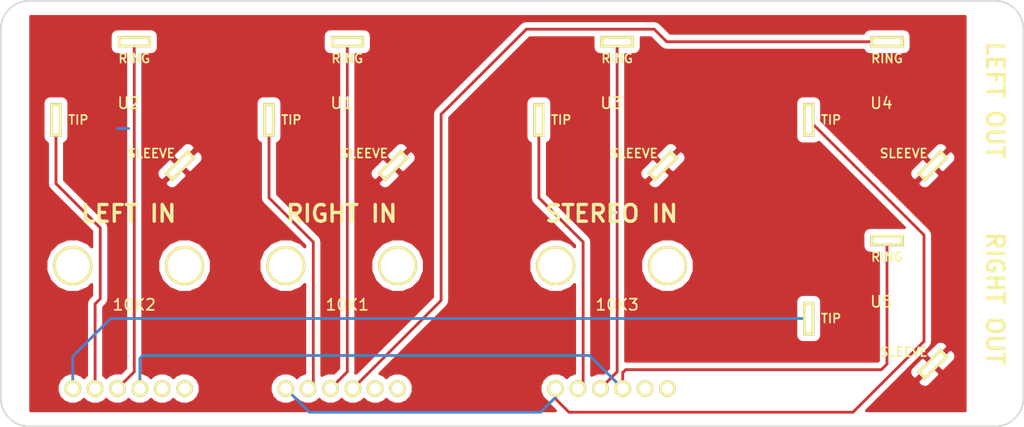
<source format=kicad_pcb>
(kicad_pcb (version 4) (host pcbnew 4.0.2-stable)

  (general
    (links 16)
    (no_connects 0)
    (area 111.684999 98.984999 203.275001 137.235001)
    (thickness 1.6)
    (drawings 18)
    (tracks 48)
    (zones 0)
    (modules 8)
    (nets 12)
  )

  (page A4)
  (layers
    (0 F.Cu signal)
    (31 B.Cu signal)
    (32 B.Adhes user hide)
    (33 F.Adhes user hide)
    (34 B.Paste user hide)
    (35 F.Paste user hide)
    (36 B.SilkS user hide)
    (37 F.SilkS user)
    (38 B.Mask user hide)
    (39 F.Mask user hide)
    (40 Dwgs.User user hide)
    (41 Cmts.User user hide)
    (42 Eco1.User user hide)
    (43 Eco2.User user hide)
    (44 Edge.Cuts user)
    (45 Margin user)
    (46 B.CrtYd user)
    (47 F.CrtYd user)
    (48 B.Fab user)
    (49 F.Fab user)
  )

  (setup
    (last_trace_width 0.25)
    (trace_clearance 0.2)
    (zone_clearance 0.508)
    (zone_45_only no)
    (trace_min 0.2)
    (segment_width 0.2)
    (edge_width 0.15)
    (via_size 0.6)
    (via_drill 0.4)
    (via_min_size 0.4)
    (via_min_drill 0.3)
    (uvia_size 0.3)
    (uvia_drill 0.1)
    (uvias_allowed no)
    (uvia_min_size 0.2)
    (uvia_min_drill 0.1)
    (pcb_text_width 0.3)
    (pcb_text_size 1.5 1.5)
    (mod_edge_width 0.15)
    (mod_text_size 1 1)
    (mod_text_width 0.15)
    (pad_size 1.524 1.524)
    (pad_drill 0.762)
    (pad_to_mask_clearance 0.2)
    (aux_axis_origin 0 0)
    (visible_elements FFFEFF7F)
    (pcbplotparams
      (layerselection 0x00030_80000001)
      (usegerberextensions false)
      (excludeedgelayer true)
      (linewidth 0.100000)
      (plotframeref false)
      (viasonmask false)
      (mode 1)
      (useauxorigin false)
      (hpglpennumber 1)
      (hpglpenspeed 20)
      (hpglpendiameter 15)
      (hpglpenoverlay 2)
      (psnegative false)
      (psa4output false)
      (plotreference true)
      (plotvalue true)
      (plotinvisibletext false)
      (padsonsilk false)
      (subtractmaskfromsilk false)
      (outputformat 1)
      (mirror false)
      (drillshape 1)
      (scaleselection 1)
      (outputdirectory ""))
  )

  (net 0 "")
  (net 1 "Net-(10K1-Pad2)")
  (net 2 "Net-(10K1-Pad1)")
  (net 3 "Net-(10K1-Pad4)")
  (net 4 "Net-(10K1-Pad5)")
  (net 5 "Net-(10K2-Pad2)")
  (net 6 "Net-(10K2-Pad1)")
  (net 7 "Net-(10K2-Pad4)")
  (net 8 "Net-(10K2-Pad5)")
  (net 9 "Net-(10K3-Pad1)")
  (net 10 "Net-(10K3-Pad4)")
  (net 11 GND)

  (net_class Default "This is the default net class."
    (clearance 0.2)
    (trace_width 0.25)
    (via_dia 0.6)
    (via_drill 0.4)
    (uvia_dia 0.3)
    (uvia_drill 0.1)
    (add_net GND)
    (add_net "Net-(10K1-Pad1)")
    (add_net "Net-(10K1-Pad2)")
    (add_net "Net-(10K1-Pad4)")
    (add_net "Net-(10K1-Pad5)")
    (add_net "Net-(10K2-Pad1)")
    (add_net "Net-(10K2-Pad2)")
    (add_net "Net-(10K2-Pad4)")
    (add_net "Net-(10K2-Pad5)")
    (add_net "Net-(10K3-Pad1)")
    (add_net "Net-(10K3-Pad4)")
  )

  (module audio:alps-dual-gang-vertical-pot-RK12L12C0A0G (layer F.Cu) (tedit 5762039E) (tstamp 57620510)
    (at 142.24 128.27)
    (path /57600461)
    (fp_text reference 10K1 (at 0.5 -2) (layer F.SilkS)
      (effects (font (size 1 1) (thickness 0.15)))
    )
    (fp_text value DUAL_POT (at 0.5 1.5) (layer F.Fab)
      (effects (font (size 1 1) (thickness 0.15)))
    )
    (pad b thru_hole circle (at -5 -5.5) (size 3.5 3.5) (drill 3) (layers *.Cu *.Mask F.SilkS))
    (pad 3 thru_hole circle (at 5 5.5) (size 1.5 1.5) (drill 1) (layers *.Cu *.Mask F.SilkS))
    (pad 6 thru_hole circle (at 3 5.5) (size 1.5 1.5) (drill 1) (layers *.Cu *.Mask F.SilkS))
    (pad 2 thru_hole circle (at -5 5.5) (size 1.5 1.5) (drill 1) (layers *.Cu *.Mask F.SilkS)
      (net 1 "Net-(10K1-Pad2)"))
    (pad 1 thru_hole circle (at -3 5.5) (size 1.5 1.5) (drill 1) (layers *.Cu *.Mask F.SilkS)
      (net 2 "Net-(10K1-Pad1)"))
    (pad 4 thru_hole circle (at -1 5.5) (size 1.5 1.5) (drill 1) (layers *.Cu *.Mask F.SilkS)
      (net 3 "Net-(10K1-Pad4)"))
    (pad 5 thru_hole circle (at 1 5.5) (size 1.5 1.5) (drill 1) (layers *.Cu *.Mask F.SilkS)
      (net 4 "Net-(10K1-Pad5)"))
    (pad a thru_hole circle (at 5 -5.5) (size 3.5 3.5) (drill 3) (layers *.Cu *.Mask F.SilkS))
  )

  (module audio:alps-dual-gang-vertical-pot-RK12L12C0A0G (layer F.Cu) (tedit 5762039E) (tstamp 5762051C)
    (at 123.19 128.27)
    (path /576005CD)
    (fp_text reference 10K2 (at 0.5 -2) (layer F.SilkS)
      (effects (font (size 1 1) (thickness 0.15)))
    )
    (fp_text value DUAL_POT (at 0.5 1.5) (layer F.Fab)
      (effects (font (size 1 1) (thickness 0.15)))
    )
    (pad b thru_hole circle (at -5 -5.5) (size 3.5 3.5) (drill 3) (layers *.Cu *.Mask F.SilkS))
    (pad 3 thru_hole circle (at 5 5.5) (size 1.5 1.5) (drill 1) (layers *.Cu *.Mask F.SilkS))
    (pad 6 thru_hole circle (at 3 5.5) (size 1.5 1.5) (drill 1) (layers *.Cu *.Mask F.SilkS))
    (pad 2 thru_hole circle (at -5 5.5) (size 1.5 1.5) (drill 1) (layers *.Cu *.Mask F.SilkS)
      (net 5 "Net-(10K2-Pad2)"))
    (pad 1 thru_hole circle (at -3 5.5) (size 1.5 1.5) (drill 1) (layers *.Cu *.Mask F.SilkS)
      (net 6 "Net-(10K2-Pad1)"))
    (pad 4 thru_hole circle (at -1 5.5) (size 1.5 1.5) (drill 1) (layers *.Cu *.Mask F.SilkS)
      (net 7 "Net-(10K2-Pad4)"))
    (pad 5 thru_hole circle (at 1 5.5) (size 1.5 1.5) (drill 1) (layers *.Cu *.Mask F.SilkS)
      (net 8 "Net-(10K2-Pad5)"))
    (pad a thru_hole circle (at 5 -5.5) (size 3.5 3.5) (drill 3) (layers *.Cu *.Mask F.SilkS))
  )

  (module audio:alps-dual-gang-vertical-pot-RK12L12C0A0G (layer F.Cu) (tedit 5762039E) (tstamp 57620528)
    (at 166.37 128.27)
    (path /57600691)
    (fp_text reference 10K3 (at 0.5 -2) (layer F.SilkS)
      (effects (font (size 1 1) (thickness 0.15)))
    )
    (fp_text value DUAL_POT (at 0.5 1.5) (layer F.Fab)
      (effects (font (size 1 1) (thickness 0.15)))
    )
    (pad b thru_hole circle (at -5 -5.5) (size 3.5 3.5) (drill 3) (layers *.Cu *.Mask F.SilkS))
    (pad 3 thru_hole circle (at 5 5.5) (size 1.5 1.5) (drill 1) (layers *.Cu *.Mask F.SilkS))
    (pad 6 thru_hole circle (at 3 5.5) (size 1.5 1.5) (drill 1) (layers *.Cu *.Mask F.SilkS))
    (pad 2 thru_hole circle (at -5 5.5) (size 1.5 1.5) (drill 1) (layers *.Cu *.Mask F.SilkS)
      (net 1 "Net-(10K1-Pad2)"))
    (pad 1 thru_hole circle (at -3 5.5) (size 1.5 1.5) (drill 1) (layers *.Cu *.Mask F.SilkS)
      (net 9 "Net-(10K3-Pad1)"))
    (pad 4 thru_hole circle (at -1 5.5) (size 1.5 1.5) (drill 1) (layers *.Cu *.Mask F.SilkS)
      (net 10 "Net-(10K3-Pad4)"))
    (pad 5 thru_hole circle (at 1 5.5) (size 1.5 1.5) (drill 1) (layers *.Cu *.Mask F.SilkS)
      (net 8 "Net-(10K2-Pad5)"))
    (pad a thru_hole circle (at 5 -5.5) (size 3.5 3.5) (drill 3) (layers *.Cu *.Mask F.SilkS))
  )

  (module audio:0.25-jack (layer F.Cu) (tedit 57620071) (tstamp 57620532)
    (at 142.24 109.22)
    (path /576202BA)
    (fp_text reference U1 (at 0 -1) (layer F.SilkS)
      (effects (font (size 1 1) (thickness 0.15)))
    )
    (fp_text value 0.25mm_Jack (at 0 1) (layer F.Fab)
      (effects (font (size 1 1) (thickness 0.15)))
    )
    (fp_text user SLEEVE (at 2 3.5) (layer F.SilkS)
      (effects (font (size 0.8 0.8) (thickness 0.15)))
    )
    (fp_text user RING (at 0.5 -5) (layer F.SilkS)
      (effects (font (size 0.8 0.8) (thickness 0.15)))
    )
    (fp_text user TIP (at -4.5 0.5) (layer F.SilkS)
      (effects (font (size 0.8 0.8) (thickness 0.15)))
    )
    (pad 3 thru_hole rect (at 4.596194 4.596194 135) (size 1 3) (drill oval 0.5 2.5) (layers *.Cu *.Mask F.SilkS)
      (net 11 GND))
    (pad 1 thru_hole rect (at -6.5 0.5) (size 1 3) (drill oval 0.5 2.5) (layers *.Cu *.Mask F.SilkS)
      (net 2 "Net-(10K1-Pad1)"))
    (pad 2 thru_hole rect (at 0.5 -6.5 90) (size 1 3) (drill oval 0.5 2.5) (layers *.Cu *.Mask F.SilkS)
      (net 3 "Net-(10K1-Pad4)"))
  )

  (module audio:0.25-jack (layer F.Cu) (tedit 57620071) (tstamp 5762053C)
    (at 123.19 109.22)
    (path /57620289)
    (fp_text reference U2 (at 0 -1) (layer F.SilkS)
      (effects (font (size 1 1) (thickness 0.15)))
    )
    (fp_text value 0.25mm_Jack (at 0 1) (layer F.Fab)
      (effects (font (size 1 1) (thickness 0.15)))
    )
    (fp_text user SLEEVE (at 2 3.5) (layer F.SilkS)
      (effects (font (size 0.8 0.8) (thickness 0.15)))
    )
    (fp_text user RING (at 0.5 -5) (layer F.SilkS)
      (effects (font (size 0.8 0.8) (thickness 0.15)))
    )
    (fp_text user TIP (at -4.5 0.5) (layer F.SilkS)
      (effects (font (size 0.8 0.8) (thickness 0.15)))
    )
    (pad 3 thru_hole rect (at 4.596194 4.596194 135) (size 1 3) (drill oval 0.5 2.5) (layers *.Cu *.Mask F.SilkS)
      (net 11 GND))
    (pad 1 thru_hole rect (at -6.5 0.5) (size 1 3) (drill oval 0.5 2.5) (layers *.Cu *.Mask F.SilkS)
      (net 6 "Net-(10K2-Pad1)"))
    (pad 2 thru_hole rect (at 0.5 -6.5 90) (size 1 3) (drill oval 0.5 2.5) (layers *.Cu *.Mask F.SilkS)
      (net 7 "Net-(10K2-Pad4)"))
  )

  (module audio:0.25-jack (layer F.Cu) (tedit 57620071) (tstamp 57620546)
    (at 166.37 109.22)
    (path /576201E7)
    (fp_text reference U3 (at 0 -1) (layer F.SilkS)
      (effects (font (size 1 1) (thickness 0.15)))
    )
    (fp_text value 0.25mm_Jack (at 0 1) (layer F.Fab)
      (effects (font (size 1 1) (thickness 0.15)))
    )
    (fp_text user SLEEVE (at 2 3.5) (layer F.SilkS)
      (effects (font (size 0.8 0.8) (thickness 0.15)))
    )
    (fp_text user RING (at 0.5 -5) (layer F.SilkS)
      (effects (font (size 0.8 0.8) (thickness 0.15)))
    )
    (fp_text user TIP (at -4.5 0.5) (layer F.SilkS)
      (effects (font (size 0.8 0.8) (thickness 0.15)))
    )
    (pad 3 thru_hole rect (at 4.596194 4.596194 135) (size 1 3) (drill oval 0.5 2.5) (layers *.Cu *.Mask F.SilkS)
      (net 11 GND))
    (pad 1 thru_hole rect (at -6.5 0.5) (size 1 3) (drill oval 0.5 2.5) (layers *.Cu *.Mask F.SilkS)
      (net 9 "Net-(10K3-Pad1)"))
    (pad 2 thru_hole rect (at 0.5 -6.5 90) (size 1 3) (drill oval 0.5 2.5) (layers *.Cu *.Mask F.SilkS)
      (net 10 "Net-(10K3-Pad4)"))
  )

  (module audio:0.25-jack (layer F.Cu) (tedit 57620071) (tstamp 57620550)
    (at 190.5 109.22)
    (path /576205A2)
    (fp_text reference U4 (at 0 -1) (layer F.SilkS)
      (effects (font (size 1 1) (thickness 0.15)))
    )
    (fp_text value 0.25mm_Jack (at 0 1) (layer F.Fab)
      (effects (font (size 1 1) (thickness 0.15)))
    )
    (fp_text user SLEEVE (at 2 3.5) (layer F.SilkS)
      (effects (font (size 0.8 0.8) (thickness 0.15)))
    )
    (fp_text user RING (at 0.5 -5) (layer F.SilkS)
      (effects (font (size 0.8 0.8) (thickness 0.15)))
    )
    (fp_text user TIP (at -4.5 0.5) (layer F.SilkS)
      (effects (font (size 0.8 0.8) (thickness 0.15)))
    )
    (pad 3 thru_hole rect (at 4.596194 4.596194 135) (size 1 3) (drill oval 0.5 2.5) (layers *.Cu *.Mask F.SilkS)
      (net 11 GND))
    (pad 1 thru_hole rect (at -6.5 0.5) (size 1 3) (drill oval 0.5 2.5) (layers *.Cu *.Mask F.SilkS)
      (net 1 "Net-(10K1-Pad2)"))
    (pad 2 thru_hole rect (at 0.5 -6.5 90) (size 1 3) (drill oval 0.5 2.5) (layers *.Cu *.Mask F.SilkS)
      (net 4 "Net-(10K1-Pad5)"))
  )

  (module audio:0.25-jack (layer F.Cu) (tedit 57620071) (tstamp 5762055A)
    (at 190.5 127)
    (path /576205EC)
    (fp_text reference U5 (at 0 -1) (layer F.SilkS)
      (effects (font (size 1 1) (thickness 0.15)))
    )
    (fp_text value 0.25mm_Jack (at 0 1) (layer F.Fab)
      (effects (font (size 1 1) (thickness 0.15)))
    )
    (fp_text user SLEEVE (at 2 3.5) (layer F.SilkS)
      (effects (font (size 0.8 0.8) (thickness 0.15)))
    )
    (fp_text user RING (at 0.5 -5) (layer F.SilkS)
      (effects (font (size 0.8 0.8) (thickness 0.15)))
    )
    (fp_text user TIP (at -4.5 0.5) (layer F.SilkS)
      (effects (font (size 0.8 0.8) (thickness 0.15)))
    )
    (pad 3 thru_hole rect (at 4.596194 4.596194 135) (size 1 3) (drill oval 0.5 2.5) (layers *.Cu *.Mask F.SilkS)
      (net 11 GND))
    (pad 1 thru_hole rect (at -6.5 0.5) (size 1 3) (drill oval 0.5 2.5) (layers *.Cu *.Mask F.SilkS)
      (net 5 "Net-(10K2-Pad2)"))
    (pad 2 thru_hole rect (at 0.5 -6.5 90) (size 1 3) (drill oval 0.5 2.5) (layers *.Cu *.Mask F.SilkS)
      (net 8 "Net-(10K2-Pad5)"))
  )

  (gr_text "RIGHT IN" (at 142.24 118.11) (layer F.SilkS)
    (effects (font (size 1.5 1.5) (thickness 0.3)))
  )
  (gr_text "LEFT IN" (at 123.19 118.11) (layer F.SilkS)
    (effects (font (size 1.5 1.5) (thickness 0.3)))
  )
  (gr_text "STEREO IN" (at 166.37 118.11) (layer F.SilkS)
    (effects (font (size 1.5 1.5) (thickness 0.3)))
  )
  (gr_text "RIGHT OUT" (at 200.66 125.73 270) (layer F.SilkS)
    (effects (font (size 1.5 1.5) (thickness 0.3)))
  )
  (gr_text "LEFT OUT" (at 200.66 107.95 270) (layer F.SilkS)
    (effects (font (size 1.5 1.5) (thickness 0.3)))
  )
  (gr_line (start 111.76 134.62) (end 111.76 101.6) (angle 90) (layer Edge.Cuts) (width 0.15))
  (gr_line (start 200.66 137.16) (end 114.3 137.16) (angle 90) (layer Edge.Cuts) (width 0.15))
  (gr_line (start 200.66 99.06) (end 114.3 99.06) (angle 90) (layer Edge.Cuts) (width 0.15))
  (gr_line (start 203.2 134.62) (end 203.2 101.6) (angle 90) (layer Edge.Cuts) (width 0.15))
  (gr_line (start 203.2 101.6) (end 203.2 134.62) (angle 90) (layer Edge.Cuts) (width 0.15))
  (gr_arc (start 114.3 134.62) (end 114.3 137.16) (angle 90) (layer Edge.Cuts) (width 0.15))
  (gr_arc (start 114.3 101.6) (end 111.76 101.6) (angle 90) (layer Edge.Cuts) (width 0.15))
  (gr_arc (start 200.66 101.6) (end 200.66 99.06) (angle 90) (layer Edge.Cuts) (width 0.15))
  (gr_arc (start 200.66 134.62) (end 203.2 134.62) (angle 90) (layer Edge.Cuts) (width 0.15))
  (gr_line (start 111.76 137.16) (end 111.76 99.06) (angle 90) (layer Eco1.User) (width 0.2))
  (gr_line (start 203.2 137.16) (end 111.76 137.16) (angle 90) (layer Eco1.User) (width 0.2))
  (gr_line (start 203.2 99.06) (end 203.2 137.16) (angle 90) (layer Eco1.User) (width 0.2))
  (gr_line (start 111.76 99.06) (end 203.2 99.06) (angle 90) (layer Eco1.User) (width 0.2))

  (segment (start 122.19 110.49) (end 123.19 110.49) (width 0.25) (layer B.Cu) (net 0))
  (segment (start 161.37 133.77) (end 161.37 134.54) (width 0.25) (layer B.Cu) (net 1))
  (segment (start 139.36 135.89) (end 137.24 133.77) (width 0.25) (layer B.Cu) (net 1) (tstamp 57620CB2))
  (segment (start 160.02 135.89) (end 139.36 135.89) (width 0.25) (layer B.Cu) (net 1) (tstamp 57620CAE))
  (segment (start 161.37 134.54) (end 160.02 135.89) (width 0.25) (layer B.Cu) (net 1) (tstamp 57620CAC))
  (segment (start 161.37 133.77) (end 161.37 134.7) (width 0.25) (layer F.Cu) (net 1))
  (segment (start 194.31 120.03) (end 184 109.72) (width 0.25) (layer F.Cu) (net 1) (tstamp 57620C48))
  (segment (start 194.31 129.54) (end 194.31 120.03) (width 0.25) (layer F.Cu) (net 1) (tstamp 57620C3C))
  (segment (start 187.96 135.89) (end 194.31 129.54) (width 0.25) (layer F.Cu) (net 1) (tstamp 57620C37))
  (segment (start 162.56 135.89) (end 187.96 135.89) (width 0.25) (layer F.Cu) (net 1) (tstamp 57620C30))
  (segment (start 161.37 134.7) (end 162.56 135.89) (width 0.25) (layer F.Cu) (net 1) (tstamp 57620C29))
  (segment (start 135.74 109.72) (end 135.74 116.69) (width 0.25) (layer F.Cu) (net 2))
  (segment (start 139.7 120.65) (end 139.7 133.31) (width 0.25) (layer F.Cu) (net 2) (tstamp 57620B8E))
  (segment (start 135.74 116.69) (end 139.7 120.65) (width 0.25) (layer F.Cu) (net 2) (tstamp 57620B89))
  (segment (start 139.7 133.31) (end 139.24 133.77) (width 0.25) (layer F.Cu) (net 2) (tstamp 57620B91))
  (segment (start 142.74 102.72) (end 142.74 132.27) (width 0.25) (layer F.Cu) (net 3))
  (segment (start 142.74 132.27) (end 141.24 133.77) (width 0.25) (layer F.Cu) (net 3) (tstamp 57620B7F))
  (segment (start 191 102.72) (end 171.3 102.72) (width 0.25) (layer F.Cu) (net 4))
  (segment (start 151.13 125.88) (end 143.24 133.77) (width 0.25) (layer F.Cu) (net 4) (tstamp 57620C0F))
  (segment (start 151.13 109.22) (end 151.13 125.88) (width 0.25) (layer F.Cu) (net 4) (tstamp 57620C0A))
  (segment (start 158.75 101.6) (end 151.13 109.22) (width 0.25) (layer F.Cu) (net 4) (tstamp 57620C05))
  (segment (start 170.18 101.6) (end 158.75 101.6) (width 0.25) (layer F.Cu) (net 4) (tstamp 57620BFE))
  (segment (start 171.3 102.72) (end 170.18 101.6) (width 0.25) (layer F.Cu) (net 4) (tstamp 57620BFA))
  (segment (start 118.19 133.77) (end 118.19 130.89) (width 0.25) (layer B.Cu) (net 5))
  (segment (start 121.58 127.5) (end 184 127.5) (width 0.25) (layer B.Cu) (net 5) (tstamp 57620C85))
  (segment (start 118.19 130.89) (end 121.58 127.5) (width 0.25) (layer B.Cu) (net 5) (tstamp 57620C79))
  (segment (start 120.19 133.77) (end 120.19 126.19) (width 0.25) (layer F.Cu) (net 6))
  (segment (start 116.69 115.42) (end 116.69 109.72) (width 0.25) (layer F.Cu) (net 6) (tstamp 57620B5E))
  (segment (start 120.65 119.38) (end 116.69 115.42) (width 0.25) (layer F.Cu) (net 6) (tstamp 57620B5A))
  (segment (start 120.65 125.73) (end 120.65 119.38) (width 0.25) (layer F.Cu) (net 6) (tstamp 57620B55))
  (segment (start 120.19 126.19) (end 120.65 125.73) (width 0.25) (layer F.Cu) (net 6) (tstamp 57620B4C))
  (segment (start 123.69 102.72) (end 123.69 132.27) (width 0.25) (layer F.Cu) (net 7))
  (segment (start 123.69 132.27) (end 122.19 133.77) (width 0.25) (layer F.Cu) (net 7) (tstamp 57620B3D))
  (segment (start 124.19 133.77) (end 124.19 131.08) (width 0.25) (layer B.Cu) (net 8))
  (segment (start 164.41 130.81) (end 167.37 133.77) (width 0.25) (layer B.Cu) (net 8) (tstamp 57620CA0))
  (segment (start 124.46 130.81) (end 164.41 130.81) (width 0.25) (layer B.Cu) (net 8) (tstamp 57620C95))
  (segment (start 124.19 131.08) (end 124.46 130.81) (width 0.25) (layer B.Cu) (net 8) (tstamp 57620C92))
  (segment (start 167.37 133.77) (end 167.37 132.35) (width 0.25) (layer F.Cu) (net 8))
  (segment (start 191 131.58) (end 191 120.5) (width 0.25) (layer F.Cu) (net 8) (tstamp 57620BE2))
  (segment (start 190.5 132.08) (end 191 131.58) (width 0.25) (layer F.Cu) (net 8) (tstamp 57620BDD))
  (segment (start 167.64 132.08) (end 190.5 132.08) (width 0.25) (layer F.Cu) (net 8) (tstamp 57620BD4))
  (segment (start 167.37 132.35) (end 167.64 132.08) (width 0.25) (layer F.Cu) (net 8) (tstamp 57620BC6))
  (segment (start 159.87 109.72) (end 159.87 116.69) (width 0.25) (layer F.Cu) (net 9))
  (segment (start 163.83 120.65) (end 163.83 133.31) (width 0.25) (layer F.Cu) (net 9) (tstamp 57620BB1))
  (segment (start 159.87 116.69) (end 163.83 120.65) (width 0.25) (layer F.Cu) (net 9) (tstamp 57620BAD))
  (segment (start 163.83 133.31) (end 163.37 133.77) (width 0.25) (layer F.Cu) (net 9) (tstamp 57620BB7))
  (segment (start 166.87 102.72) (end 166.87 132.27) (width 0.25) (layer F.Cu) (net 10))
  (segment (start 166.87 132.27) (end 165.37 133.77) (width 0.25) (layer F.Cu) (net 10) (tstamp 57620B9C))

  (zone (net 11) (net_name GND) (layer F.Cu) (tstamp 576209D5) (hatch edge 0.508)
    (connect_pads (clearance 0.508))
    (min_thickness 0.254)
    (fill yes (arc_segments 16) (thermal_gap 0.508) (thermal_bridge_width 0.508))
    (polygon
      (pts
        (xy 198.12 135.89) (xy 114.3 135.89) (xy 114.3 100.33) (xy 198.12 100.33) (xy 198.12 135.89)
      )
    )
    (filled_polygon
      (pts
        (xy 197.993 135.763) (xy 189.161802 135.763) (xy 191.841386 133.083416) (xy 193.788577 133.083416) (xy 193.788577 133.307923)
        (xy 194.029388 133.548734) (xy 194.262777 133.645407) (xy 194.515396 133.645408) (xy 194.748785 133.548735) (xy 195.696704 132.600816)
        (xy 195.696704 132.37631) (xy 195.096194 131.775799) (xy 193.788577 133.083416) (xy 191.841386 133.083416) (xy 192.74781 132.176992)
        (xy 193.04698 132.176992) (xy 193.046981 132.429611) (xy 193.143654 132.663) (xy 193.384465 132.903811) (xy 193.608972 132.903811)
        (xy 194.916589 131.596194) (xy 195.275799 131.596194) (xy 195.87631 132.196704) (xy 196.100816 132.196704) (xy 197.048735 131.248785)
        (xy 197.145408 131.015396) (xy 197.145407 130.762777) (xy 197.048734 130.529388) (xy 196.807923 130.288577) (xy 196.583416 130.288577)
        (xy 195.275799 131.596194) (xy 194.916589 131.596194) (xy 194.316078 130.995684) (xy 194.091572 130.995684) (xy 193.143653 131.943603)
        (xy 193.04698 132.176992) (xy 192.74781 132.176992) (xy 194.33323 130.591572) (xy 194.495684 130.591572) (xy 194.495684 130.816078)
        (xy 195.096194 131.416589) (xy 196.403811 130.108972) (xy 196.403811 129.884465) (xy 196.163 129.643654) (xy 195.929611 129.546981)
        (xy 195.676992 129.54698) (xy 195.443603 129.643653) (xy 194.495684 130.591572) (xy 194.33323 130.591572) (xy 194.847401 130.077401)
        (xy 195.012148 129.830839) (xy 195.07 129.54) (xy 195.07 120.03) (xy 195.012148 119.739161) (xy 194.847401 119.492599)
        (xy 190.658218 115.303416) (xy 193.788577 115.303416) (xy 193.788577 115.527923) (xy 194.029388 115.768734) (xy 194.262777 115.865407)
        (xy 194.515396 115.865408) (xy 194.748785 115.768735) (xy 195.696704 114.820816) (xy 195.696704 114.59631) (xy 195.096194 113.995799)
        (xy 193.788577 115.303416) (xy 190.658218 115.303416) (xy 189.751794 114.396992) (xy 193.04698 114.396992) (xy 193.046981 114.649611)
        (xy 193.143654 114.883) (xy 193.384465 115.123811) (xy 193.608972 115.123811) (xy 194.916589 113.816194) (xy 195.275799 113.816194)
        (xy 195.87631 114.416704) (xy 196.100816 114.416704) (xy 197.048735 113.468785) (xy 197.145408 113.235396) (xy 197.145407 112.982777)
        (xy 197.048734 112.749388) (xy 196.807923 112.508577) (xy 196.583416 112.508577) (xy 195.275799 113.816194) (xy 194.916589 113.816194)
        (xy 194.316078 113.215684) (xy 194.091572 113.215684) (xy 193.143653 114.163603) (xy 193.04698 114.396992) (xy 189.751794 114.396992)
        (xy 188.166374 112.811572) (xy 194.495684 112.811572) (xy 194.495684 113.036078) (xy 195.096194 113.636589) (xy 196.403811 112.328972)
        (xy 196.403811 112.104465) (xy 196.163 111.863654) (xy 195.929611 111.766981) (xy 195.676992 111.76698) (xy 195.443603 111.863653)
        (xy 194.495684 112.811572) (xy 188.166374 112.811572) (xy 185.14744 109.792638) (xy 185.14744 108.22) (xy 185.103162 107.984683)
        (xy 184.96409 107.768559) (xy 184.75189 107.623569) (xy 184.5 107.57256) (xy 183.5 107.57256) (xy 183.264683 107.616838)
        (xy 183.048559 107.75591) (xy 182.903569 107.96811) (xy 182.85256 108.22) (xy 182.85256 111.22) (xy 182.896838 111.455317)
        (xy 183.03591 111.671441) (xy 183.24811 111.816431) (xy 183.5 111.86744) (xy 184.5 111.86744) (xy 184.735317 111.823162)
        (xy 184.913623 111.708425) (xy 192.572424 119.367226) (xy 192.5 119.35256) (xy 189.5 119.35256) (xy 189.264683 119.396838)
        (xy 189.048559 119.53591) (xy 188.903569 119.74811) (xy 188.85256 120) (xy 188.85256 121) (xy 188.896838 121.235317)
        (xy 189.03591 121.451441) (xy 189.24811 121.596431) (xy 189.5 121.64744) (xy 190.24 121.64744) (xy 190.24 131.265198)
        (xy 190.185198 131.32) (xy 167.64 131.32) (xy 167.63 131.321989) (xy 167.63 126) (xy 182.85256 126)
        (xy 182.85256 129) (xy 182.896838 129.235317) (xy 183.03591 129.451441) (xy 183.24811 129.596431) (xy 183.5 129.64744)
        (xy 184.5 129.64744) (xy 184.735317 129.603162) (xy 184.951441 129.46409) (xy 185.096431 129.25189) (xy 185.14744 129)
        (xy 185.14744 126) (xy 185.103162 125.764683) (xy 184.96409 125.548559) (xy 184.75189 125.403569) (xy 184.5 125.35256)
        (xy 183.5 125.35256) (xy 183.264683 125.396838) (xy 183.048559 125.53591) (xy 182.903569 125.74811) (xy 182.85256 126)
        (xy 167.63 126) (xy 167.63 123.242325) (xy 168.984587 123.242325) (xy 169.346916 124.119229) (xy 170.017242 124.790726)
        (xy 170.893513 125.154585) (xy 171.842325 125.155413) (xy 172.719229 124.793084) (xy 173.390726 124.122758) (xy 173.754585 123.246487)
        (xy 173.755413 122.297675) (xy 173.393084 121.420771) (xy 172.722758 120.749274) (xy 171.846487 120.385415) (xy 170.897675 120.384587)
        (xy 170.020771 120.746916) (xy 169.349274 121.417242) (xy 168.985415 122.293513) (xy 168.984587 123.242325) (xy 167.63 123.242325)
        (xy 167.63 115.303416) (xy 169.658577 115.303416) (xy 169.658577 115.527923) (xy 169.899388 115.768734) (xy 170.132777 115.865407)
        (xy 170.385396 115.865408) (xy 170.618785 115.768735) (xy 171.566704 114.820816) (xy 171.566704 114.59631) (xy 170.966194 113.995799)
        (xy 169.658577 115.303416) (xy 167.63 115.303416) (xy 167.63 114.396992) (xy 168.91698 114.396992) (xy 168.916981 114.649611)
        (xy 169.013654 114.883) (xy 169.254465 115.123811) (xy 169.478972 115.123811) (xy 170.786589 113.816194) (xy 171.145799 113.816194)
        (xy 171.74631 114.416704) (xy 171.970816 114.416704) (xy 172.918735 113.468785) (xy 173.015408 113.235396) (xy 173.015407 112.982777)
        (xy 172.918734 112.749388) (xy 172.677923 112.508577) (xy 172.453416 112.508577) (xy 171.145799 113.816194) (xy 170.786589 113.816194)
        (xy 170.186078 113.215684) (xy 169.961572 113.215684) (xy 169.013653 114.163603) (xy 168.91698 114.396992) (xy 167.63 114.396992)
        (xy 167.63 112.811572) (xy 170.365684 112.811572) (xy 170.365684 113.036078) (xy 170.966194 113.636589) (xy 172.273811 112.328972)
        (xy 172.273811 112.104465) (xy 172.033 111.863654) (xy 171.799611 111.766981) (xy 171.546992 111.76698) (xy 171.313603 111.863653)
        (xy 170.365684 112.811572) (xy 167.63 112.811572) (xy 167.63 103.86744) (xy 168.37 103.86744) (xy 168.605317 103.823162)
        (xy 168.821441 103.68409) (xy 168.966431 103.47189) (xy 169.01744 103.22) (xy 169.01744 102.36) (xy 169.865198 102.36)
        (xy 170.762599 103.257401) (xy 171.00916 103.422148) (xy 171.3 103.48) (xy 188.912721 103.48) (xy 189.03591 103.671441)
        (xy 189.24811 103.816431) (xy 189.5 103.86744) (xy 192.5 103.86744) (xy 192.735317 103.823162) (xy 192.951441 103.68409)
        (xy 193.096431 103.47189) (xy 193.14744 103.22) (xy 193.14744 102.22) (xy 193.103162 101.984683) (xy 192.96409 101.768559)
        (xy 192.75189 101.623569) (xy 192.5 101.57256) (xy 189.5 101.57256) (xy 189.264683 101.616838) (xy 189.048559 101.75591)
        (xy 188.90911 101.96) (xy 171.614802 101.96) (xy 170.717401 101.062599) (xy 170.470839 100.897852) (xy 170.18 100.84)
        (xy 158.75 100.84) (xy 158.45916 100.897852) (xy 158.212599 101.062599) (xy 150.592599 108.682599) (xy 150.427852 108.929161)
        (xy 150.37 109.22) (xy 150.37 125.565198) (xy 143.5402 132.394998) (xy 143.516702 132.385241) (xy 143.477084 132.385206)
        (xy 143.5 132.27) (xy 143.5 123.242325) (xy 144.854587 123.242325) (xy 145.216916 124.119229) (xy 145.887242 124.790726)
        (xy 146.763513 125.154585) (xy 147.712325 125.155413) (xy 148.589229 124.793084) (xy 149.260726 124.122758) (xy 149.624585 123.246487)
        (xy 149.625413 122.297675) (xy 149.263084 121.420771) (xy 148.592758 120.749274) (xy 147.716487 120.385415) (xy 146.767675 120.384587)
        (xy 145.890771 120.746916) (xy 145.219274 121.417242) (xy 144.855415 122.293513) (xy 144.854587 123.242325) (xy 143.5 123.242325)
        (xy 143.5 115.303416) (xy 145.528577 115.303416) (xy 145.528577 115.527923) (xy 145.769388 115.768734) (xy 146.002777 115.865407)
        (xy 146.255396 115.865408) (xy 146.488785 115.768735) (xy 147.436704 114.820816) (xy 147.436704 114.59631) (xy 146.836194 113.995799)
        (xy 145.528577 115.303416) (xy 143.5 115.303416) (xy 143.5 114.396992) (xy 144.78698 114.396992) (xy 144.786981 114.649611)
        (xy 144.883654 114.883) (xy 145.124465 115.123811) (xy 145.348972 115.123811) (xy 146.656589 113.816194) (xy 147.015799 113.816194)
        (xy 147.61631 114.416704) (xy 147.840816 114.416704) (xy 148.788735 113.468785) (xy 148.885408 113.235396) (xy 148.885407 112.982777)
        (xy 148.788734 112.749388) (xy 148.547923 112.508577) (xy 148.323416 112.508577) (xy 147.015799 113.816194) (xy 146.656589 113.816194)
        (xy 146.056078 113.215684) (xy 145.831572 113.215684) (xy 144.883653 114.163603) (xy 144.78698 114.396992) (xy 143.5 114.396992)
        (xy 143.5 112.811572) (xy 146.235684 112.811572) (xy 146.235684 113.036078) (xy 146.836194 113.636589) (xy 148.143811 112.328972)
        (xy 148.143811 112.104465) (xy 147.903 111.863654) (xy 147.669611 111.766981) (xy 147.416992 111.76698) (xy 147.183603 111.863653)
        (xy 146.235684 112.811572) (xy 143.5 112.811572) (xy 143.5 103.86744) (xy 144.24 103.86744) (xy 144.475317 103.823162)
        (xy 144.691441 103.68409) (xy 144.836431 103.47189) (xy 144.88744 103.22) (xy 144.88744 102.22) (xy 144.843162 101.984683)
        (xy 144.70409 101.768559) (xy 144.49189 101.623569) (xy 144.24 101.57256) (xy 141.24 101.57256) (xy 141.004683 101.616838)
        (xy 140.788559 101.75591) (xy 140.643569 101.96811) (xy 140.59256 102.22) (xy 140.59256 103.22) (xy 140.636838 103.455317)
        (xy 140.77591 103.671441) (xy 140.98811 103.816431) (xy 141.24 103.86744) (xy 141.98 103.86744) (xy 141.98 131.955198)
        (xy 141.5402 132.394998) (xy 141.516702 132.385241) (xy 140.965715 132.38476) (xy 140.46 132.593717) (xy 140.46 120.65)
        (xy 140.402148 120.359161) (xy 140.237401 120.112599) (xy 136.5 116.375198) (xy 136.5 111.807279) (xy 136.691441 111.68409)
        (xy 136.836431 111.47189) (xy 136.88744 111.22) (xy 136.88744 108.22) (xy 136.843162 107.984683) (xy 136.70409 107.768559)
        (xy 136.49189 107.623569) (xy 136.24 107.57256) (xy 135.24 107.57256) (xy 135.004683 107.616838) (xy 134.788559 107.75591)
        (xy 134.643569 107.96811) (xy 134.59256 108.22) (xy 134.59256 111.22) (xy 134.636838 111.455317) (xy 134.77591 111.671441)
        (xy 134.98 111.81089) (xy 134.98 116.69) (xy 135.037852 116.980839) (xy 135.202599 117.227401) (xy 138.94 120.964802)
        (xy 138.94 121.097123) (xy 138.592758 120.749274) (xy 137.716487 120.385415) (xy 136.767675 120.384587) (xy 135.890771 120.746916)
        (xy 135.219274 121.417242) (xy 134.855415 122.293513) (xy 134.854587 123.242325) (xy 135.216916 124.119229) (xy 135.887242 124.790726)
        (xy 136.763513 125.154585) (xy 137.712325 125.155413) (xy 138.589229 124.793084) (xy 138.94 124.442925) (xy 138.94 132.395385)
        (xy 138.456485 132.595169) (xy 138.239964 132.811313) (xy 138.025564 132.596539) (xy 137.516702 132.385241) (xy 136.965715 132.38476)
        (xy 136.456485 132.595169) (xy 136.066539 132.984436) (xy 135.855241 133.493298) (xy 135.85476 134.044285) (xy 136.065169 134.553515)
        (xy 136.454436 134.943461) (xy 136.963298 135.154759) (xy 137.514285 135.15524) (xy 138.023515 134.944831) (xy 138.240036 134.728687)
        (xy 138.454436 134.943461) (xy 138.963298 135.154759) (xy 139.514285 135.15524) (xy 140.023515 134.944831) (xy 140.240036 134.728687)
        (xy 140.454436 134.943461) (xy 140.963298 135.154759) (xy 141.514285 135.15524) (xy 142.023515 134.944831) (xy 142.240036 134.728687)
        (xy 142.454436 134.943461) (xy 142.963298 135.154759) (xy 143.514285 135.15524) (xy 144.023515 134.944831) (xy 144.240036 134.728687)
        (xy 144.454436 134.943461) (xy 144.963298 135.154759) (xy 145.514285 135.15524) (xy 146.023515 134.944831) (xy 146.240036 134.728687)
        (xy 146.454436 134.943461) (xy 146.963298 135.154759) (xy 147.514285 135.15524) (xy 148.023515 134.944831) (xy 148.413461 134.555564)
        (xy 148.624759 134.046702) (xy 148.62524 133.495715) (xy 148.414831 132.986485) (xy 148.025564 132.596539) (xy 147.516702 132.385241)
        (xy 146.965715 132.38476) (xy 146.456485 132.595169) (xy 146.239964 132.811313) (xy 146.025564 132.596539) (xy 145.645909 132.438893)
        (xy 151.667401 126.417401) (xy 151.832148 126.170839) (xy 151.89 125.88) (xy 151.89 109.534802) (xy 159.064802 102.36)
        (xy 164.72256 102.36) (xy 164.72256 103.22) (xy 164.766838 103.455317) (xy 164.90591 103.671441) (xy 165.11811 103.816431)
        (xy 165.37 103.86744) (xy 166.11 103.86744) (xy 166.11 131.955198) (xy 165.6702 132.394998) (xy 165.646702 132.385241)
        (xy 165.095715 132.38476) (xy 164.59 132.593717) (xy 164.59 120.65) (xy 164.532148 120.359161) (xy 164.367401 120.112599)
        (xy 160.63 116.375198) (xy 160.63 111.807279) (xy 160.821441 111.68409) (xy 160.966431 111.47189) (xy 161.01744 111.22)
        (xy 161.01744 108.22) (xy 160.973162 107.984683) (xy 160.83409 107.768559) (xy 160.62189 107.623569) (xy 160.37 107.57256)
        (xy 159.37 107.57256) (xy 159.134683 107.616838) (xy 158.918559 107.75591) (xy 158.773569 107.96811) (xy 158.72256 108.22)
        (xy 158.72256 111.22) (xy 158.766838 111.455317) (xy 158.90591 111.671441) (xy 159.11 111.81089) (xy 159.11 116.69)
        (xy 159.167852 116.980839) (xy 159.332599 117.227401) (xy 163.07 120.964802) (xy 163.07 121.097123) (xy 162.722758 120.749274)
        (xy 161.846487 120.385415) (xy 160.897675 120.384587) (xy 160.020771 120.746916) (xy 159.349274 121.417242) (xy 158.985415 122.293513)
        (xy 158.984587 123.242325) (xy 159.346916 124.119229) (xy 160.017242 124.790726) (xy 160.893513 125.154585) (xy 161.842325 125.155413)
        (xy 162.719229 124.793084) (xy 163.07 124.442925) (xy 163.07 132.395385) (xy 162.586485 132.595169) (xy 162.369964 132.811313)
        (xy 162.155564 132.596539) (xy 161.646702 132.385241) (xy 161.095715 132.38476) (xy 160.586485 132.595169) (xy 160.196539 132.984436)
        (xy 159.985241 133.493298) (xy 159.98476 134.044285) (xy 160.195169 134.553515) (xy 160.584436 134.943461) (xy 160.66509 134.976951)
        (xy 160.667852 134.990839) (xy 160.832599 135.237401) (xy 161.358198 135.763) (xy 114.427 135.763) (xy 114.427 108.22)
        (xy 115.54256 108.22) (xy 115.54256 111.22) (xy 115.586838 111.455317) (xy 115.72591 111.671441) (xy 115.93 111.81089)
        (xy 115.93 115.42) (xy 115.987852 115.710839) (xy 116.152599 115.957401) (xy 119.89 119.694802) (xy 119.89 121.097123)
        (xy 119.542758 120.749274) (xy 118.666487 120.385415) (xy 117.717675 120.384587) (xy 116.840771 120.746916) (xy 116.169274 121.417242)
        (xy 115.805415 122.293513) (xy 115.804587 123.242325) (xy 116.166916 124.119229) (xy 116.837242 124.790726) (xy 117.713513 125.154585)
        (xy 118.662325 125.155413) (xy 119.539229 124.793084) (xy 119.89 124.442925) (xy 119.89 125.415198) (xy 119.652599 125.652599)
        (xy 119.487852 125.899161) (xy 119.43 126.19) (xy 119.43 132.585453) (xy 119.406485 132.595169) (xy 119.189964 132.811313)
        (xy 118.975564 132.596539) (xy 118.466702 132.385241) (xy 117.915715 132.38476) (xy 117.406485 132.595169) (xy 117.016539 132.984436)
        (xy 116.805241 133.493298) (xy 116.80476 134.044285) (xy 117.015169 134.553515) (xy 117.404436 134.943461) (xy 117.913298 135.154759)
        (xy 118.464285 135.15524) (xy 118.973515 134.944831) (xy 119.190036 134.728687) (xy 119.404436 134.943461) (xy 119.913298 135.154759)
        (xy 120.464285 135.15524) (xy 120.973515 134.944831) (xy 121.190036 134.728687) (xy 121.404436 134.943461) (xy 121.913298 135.154759)
        (xy 122.464285 135.15524) (xy 122.973515 134.944831) (xy 123.190036 134.728687) (xy 123.404436 134.943461) (xy 123.913298 135.154759)
        (xy 124.464285 135.15524) (xy 124.973515 134.944831) (xy 125.190036 134.728687) (xy 125.404436 134.943461) (xy 125.913298 135.154759)
        (xy 126.464285 135.15524) (xy 126.973515 134.944831) (xy 127.190036 134.728687) (xy 127.404436 134.943461) (xy 127.913298 135.154759)
        (xy 128.464285 135.15524) (xy 128.973515 134.944831) (xy 129.363461 134.555564) (xy 129.574759 134.046702) (xy 129.57524 133.495715)
        (xy 129.364831 132.986485) (xy 128.975564 132.596539) (xy 128.466702 132.385241) (xy 127.915715 132.38476) (xy 127.406485 132.595169)
        (xy 127.189964 132.811313) (xy 126.975564 132.596539) (xy 126.466702 132.385241) (xy 125.915715 132.38476) (xy 125.406485 132.595169)
        (xy 125.189964 132.811313) (xy 124.975564 132.596539) (xy 124.466702 132.385241) (xy 124.427084 132.385206) (xy 124.45 132.27)
        (xy 124.45 123.242325) (xy 125.804587 123.242325) (xy 126.166916 124.119229) (xy 126.837242 124.790726) (xy 127.713513 125.154585)
        (xy 128.662325 125.155413) (xy 129.539229 124.793084) (xy 130.210726 124.122758) (xy 130.574585 123.246487) (xy 130.575413 122.297675)
        (xy 130.213084 121.420771) (xy 129.542758 120.749274) (xy 128.666487 120.385415) (xy 127.717675 120.384587) (xy 126.840771 120.746916)
        (xy 126.169274 121.417242) (xy 125.805415 122.293513) (xy 125.804587 123.242325) (xy 124.45 123.242325) (xy 124.45 115.303416)
        (xy 126.478577 115.303416) (xy 126.478577 115.527923) (xy 126.719388 115.768734) (xy 126.952777 115.865407) (xy 127.205396 115.865408)
        (xy 127.438785 115.768735) (xy 128.386704 114.820816) (xy 128.386704 114.59631) (xy 127.786194 113.995799) (xy 126.478577 115.303416)
        (xy 124.45 115.303416) (xy 124.45 114.396992) (xy 125.73698 114.396992) (xy 125.736981 114.649611) (xy 125.833654 114.883)
        (xy 126.074465 115.123811) (xy 126.298972 115.123811) (xy 127.606589 113.816194) (xy 127.965799 113.816194) (xy 128.56631 114.416704)
        (xy 128.790816 114.416704) (xy 129.738735 113.468785) (xy 129.835408 113.235396) (xy 129.835407 112.982777) (xy 129.738734 112.749388)
        (xy 129.497923 112.508577) (xy 129.273416 112.508577) (xy 127.965799 113.816194) (xy 127.606589 113.816194) (xy 127.006078 113.215684)
        (xy 126.781572 113.215684) (xy 125.833653 114.163603) (xy 125.73698 114.396992) (xy 124.45 114.396992) (xy 124.45 112.811572)
        (xy 127.185684 112.811572) (xy 127.185684 113.036078) (xy 127.786194 113.636589) (xy 129.093811 112.328972) (xy 129.093811 112.104465)
        (xy 128.853 111.863654) (xy 128.619611 111.766981) (xy 128.366992 111.76698) (xy 128.133603 111.863653) (xy 127.185684 112.811572)
        (xy 124.45 112.811572) (xy 124.45 103.86744) (xy 125.19 103.86744) (xy 125.425317 103.823162) (xy 125.641441 103.68409)
        (xy 125.786431 103.47189) (xy 125.83744 103.22) (xy 125.83744 102.22) (xy 125.793162 101.984683) (xy 125.65409 101.768559)
        (xy 125.44189 101.623569) (xy 125.19 101.57256) (xy 122.19 101.57256) (xy 121.954683 101.616838) (xy 121.738559 101.75591)
        (xy 121.593569 101.96811) (xy 121.54256 102.22) (xy 121.54256 103.22) (xy 121.586838 103.455317) (xy 121.72591 103.671441)
        (xy 121.93811 103.816431) (xy 122.19 103.86744) (xy 122.93 103.86744) (xy 122.93 131.955198) (xy 122.4902 132.394998)
        (xy 122.466702 132.385241) (xy 121.915715 132.38476) (xy 121.406485 132.595169) (xy 121.189964 132.811313) (xy 120.975564 132.596539)
        (xy 120.95 132.585924) (xy 120.95 126.504802) (xy 121.187401 126.267401) (xy 121.352148 126.02084) (xy 121.41 125.73)
        (xy 121.41 119.38) (xy 121.352148 119.089161) (xy 121.187401 118.842599) (xy 117.45 115.105198) (xy 117.45 111.807279)
        (xy 117.641441 111.68409) (xy 117.786431 111.47189) (xy 117.83744 111.22) (xy 117.83744 108.22) (xy 117.793162 107.984683)
        (xy 117.65409 107.768559) (xy 117.44189 107.623569) (xy 117.19 107.57256) (xy 116.19 107.57256) (xy 115.954683 107.616838)
        (xy 115.738559 107.75591) (xy 115.593569 107.96811) (xy 115.54256 108.22) (xy 114.427 108.22) (xy 114.427 100.457)
        (xy 197.993 100.457)
      )
    )
  )
)

</source>
